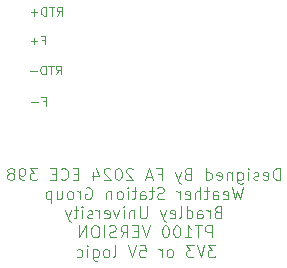
<source format=gbr>
%TF.GenerationSoftware,KiCad,Pcbnew,8.0.4*%
%TF.CreationDate,2024-10-25T14:16:06-05:00*%
%TF.ProjectId,weather-station-rtd,77656174-6865-4722-9d73-746174696f6e,rev?*%
%TF.SameCoordinates,Original*%
%TF.FileFunction,Legend,Bot*%
%TF.FilePolarity,Positive*%
%FSLAX46Y46*%
G04 Gerber Fmt 4.6, Leading zero omitted, Abs format (unit mm)*
G04 Created by KiCad (PCBNEW 8.0.4) date 2024-10-25 14:16:06*
%MOMM*%
%LPD*%
G01*
G04 APERTURE LIST*
%ADD10C,0.100000*%
G04 APERTURE END LIST*
D10*
X168142553Y-110073619D02*
X167523506Y-110073619D01*
X167523506Y-110073619D02*
X167856839Y-110454571D01*
X167856839Y-110454571D02*
X167713982Y-110454571D01*
X167713982Y-110454571D02*
X167618744Y-110502190D01*
X167618744Y-110502190D02*
X167571125Y-110549809D01*
X167571125Y-110549809D02*
X167523506Y-110645047D01*
X167523506Y-110645047D02*
X167523506Y-110883142D01*
X167523506Y-110883142D02*
X167571125Y-110978380D01*
X167571125Y-110978380D02*
X167618744Y-111026000D01*
X167618744Y-111026000D02*
X167713982Y-111073619D01*
X167713982Y-111073619D02*
X167999696Y-111073619D01*
X167999696Y-111073619D02*
X168094934Y-111026000D01*
X168094934Y-111026000D02*
X168142553Y-110978380D01*
X167237791Y-110073619D02*
X166904458Y-111073619D01*
X166904458Y-111073619D02*
X166571125Y-110073619D01*
X166333029Y-110073619D02*
X165713982Y-110073619D01*
X165713982Y-110073619D02*
X166047315Y-110454571D01*
X166047315Y-110454571D02*
X165904458Y-110454571D01*
X165904458Y-110454571D02*
X165809220Y-110502190D01*
X165809220Y-110502190D02*
X165761601Y-110549809D01*
X165761601Y-110549809D02*
X165713982Y-110645047D01*
X165713982Y-110645047D02*
X165713982Y-110883142D01*
X165713982Y-110883142D02*
X165761601Y-110978380D01*
X165761601Y-110978380D02*
X165809220Y-111026000D01*
X165809220Y-111026000D02*
X165904458Y-111073619D01*
X165904458Y-111073619D02*
X166190172Y-111073619D01*
X166190172Y-111073619D02*
X166285410Y-111026000D01*
X166285410Y-111026000D02*
X166333029Y-110978380D01*
X164380648Y-111073619D02*
X164475886Y-111026000D01*
X164475886Y-111026000D02*
X164523505Y-110978380D01*
X164523505Y-110978380D02*
X164571124Y-110883142D01*
X164571124Y-110883142D02*
X164571124Y-110597428D01*
X164571124Y-110597428D02*
X164523505Y-110502190D01*
X164523505Y-110502190D02*
X164475886Y-110454571D01*
X164475886Y-110454571D02*
X164380648Y-110406952D01*
X164380648Y-110406952D02*
X164237791Y-110406952D01*
X164237791Y-110406952D02*
X164142553Y-110454571D01*
X164142553Y-110454571D02*
X164094934Y-110502190D01*
X164094934Y-110502190D02*
X164047315Y-110597428D01*
X164047315Y-110597428D02*
X164047315Y-110883142D01*
X164047315Y-110883142D02*
X164094934Y-110978380D01*
X164094934Y-110978380D02*
X164142553Y-111026000D01*
X164142553Y-111026000D02*
X164237791Y-111073619D01*
X164237791Y-111073619D02*
X164380648Y-111073619D01*
X163618743Y-111073619D02*
X163618743Y-110406952D01*
X163618743Y-110597428D02*
X163571124Y-110502190D01*
X163571124Y-110502190D02*
X163523505Y-110454571D01*
X163523505Y-110454571D02*
X163428267Y-110406952D01*
X163428267Y-110406952D02*
X163333029Y-110406952D01*
X161761600Y-110073619D02*
X162237790Y-110073619D01*
X162237790Y-110073619D02*
X162285409Y-110549809D01*
X162285409Y-110549809D02*
X162237790Y-110502190D01*
X162237790Y-110502190D02*
X162142552Y-110454571D01*
X162142552Y-110454571D02*
X161904457Y-110454571D01*
X161904457Y-110454571D02*
X161809219Y-110502190D01*
X161809219Y-110502190D02*
X161761600Y-110549809D01*
X161761600Y-110549809D02*
X161713981Y-110645047D01*
X161713981Y-110645047D02*
X161713981Y-110883142D01*
X161713981Y-110883142D02*
X161761600Y-110978380D01*
X161761600Y-110978380D02*
X161809219Y-111026000D01*
X161809219Y-111026000D02*
X161904457Y-111073619D01*
X161904457Y-111073619D02*
X162142552Y-111073619D01*
X162142552Y-111073619D02*
X162237790Y-111026000D01*
X162237790Y-111026000D02*
X162285409Y-110978380D01*
X161428266Y-110073619D02*
X161094933Y-111073619D01*
X161094933Y-111073619D02*
X160761600Y-110073619D01*
X159523504Y-111073619D02*
X159618742Y-111026000D01*
X159618742Y-111026000D02*
X159666361Y-110930761D01*
X159666361Y-110930761D02*
X159666361Y-110073619D01*
X158999694Y-111073619D02*
X159094932Y-111026000D01*
X159094932Y-111026000D02*
X159142551Y-110978380D01*
X159142551Y-110978380D02*
X159190170Y-110883142D01*
X159190170Y-110883142D02*
X159190170Y-110597428D01*
X159190170Y-110597428D02*
X159142551Y-110502190D01*
X159142551Y-110502190D02*
X159094932Y-110454571D01*
X159094932Y-110454571D02*
X158999694Y-110406952D01*
X158999694Y-110406952D02*
X158856837Y-110406952D01*
X158856837Y-110406952D02*
X158761599Y-110454571D01*
X158761599Y-110454571D02*
X158713980Y-110502190D01*
X158713980Y-110502190D02*
X158666361Y-110597428D01*
X158666361Y-110597428D02*
X158666361Y-110883142D01*
X158666361Y-110883142D02*
X158713980Y-110978380D01*
X158713980Y-110978380D02*
X158761599Y-111026000D01*
X158761599Y-111026000D02*
X158856837Y-111073619D01*
X158856837Y-111073619D02*
X158999694Y-111073619D01*
X157809218Y-110406952D02*
X157809218Y-111216476D01*
X157809218Y-111216476D02*
X157856837Y-111311714D01*
X157856837Y-111311714D02*
X157904456Y-111359333D01*
X157904456Y-111359333D02*
X157999694Y-111406952D01*
X157999694Y-111406952D02*
X158142551Y-111406952D01*
X158142551Y-111406952D02*
X158237789Y-111359333D01*
X157809218Y-111026000D02*
X157904456Y-111073619D01*
X157904456Y-111073619D02*
X158094932Y-111073619D01*
X158094932Y-111073619D02*
X158190170Y-111026000D01*
X158190170Y-111026000D02*
X158237789Y-110978380D01*
X158237789Y-110978380D02*
X158285408Y-110883142D01*
X158285408Y-110883142D02*
X158285408Y-110597428D01*
X158285408Y-110597428D02*
X158237789Y-110502190D01*
X158237789Y-110502190D02*
X158190170Y-110454571D01*
X158190170Y-110454571D02*
X158094932Y-110406952D01*
X158094932Y-110406952D02*
X157904456Y-110406952D01*
X157904456Y-110406952D02*
X157809218Y-110454571D01*
X157333027Y-111073619D02*
X157333027Y-110406952D01*
X157333027Y-110073619D02*
X157380646Y-110121238D01*
X157380646Y-110121238D02*
X157333027Y-110168857D01*
X157333027Y-110168857D02*
X157285408Y-110121238D01*
X157285408Y-110121238D02*
X157333027Y-110073619D01*
X157333027Y-110073619D02*
X157333027Y-110168857D01*
X156428266Y-111026000D02*
X156523504Y-111073619D01*
X156523504Y-111073619D02*
X156713980Y-111073619D01*
X156713980Y-111073619D02*
X156809218Y-111026000D01*
X156809218Y-111026000D02*
X156856837Y-110978380D01*
X156856837Y-110978380D02*
X156904456Y-110883142D01*
X156904456Y-110883142D02*
X156904456Y-110597428D01*
X156904456Y-110597428D02*
X156856837Y-110502190D01*
X156856837Y-110502190D02*
X156809218Y-110454571D01*
X156809218Y-110454571D02*
X156713980Y-110406952D01*
X156713980Y-110406952D02*
X156523504Y-110406952D01*
X156523504Y-110406952D02*
X156428266Y-110454571D01*
X154724268Y-90631814D02*
X154974268Y-90274671D01*
X155152839Y-90631814D02*
X155152839Y-89881814D01*
X155152839Y-89881814D02*
X154867125Y-89881814D01*
X154867125Y-89881814D02*
X154795696Y-89917528D01*
X154795696Y-89917528D02*
X154759982Y-89953242D01*
X154759982Y-89953242D02*
X154724268Y-90024671D01*
X154724268Y-90024671D02*
X154724268Y-90131814D01*
X154724268Y-90131814D02*
X154759982Y-90203242D01*
X154759982Y-90203242D02*
X154795696Y-90238957D01*
X154795696Y-90238957D02*
X154867125Y-90274671D01*
X154867125Y-90274671D02*
X155152839Y-90274671D01*
X154509982Y-89881814D02*
X154081411Y-89881814D01*
X154295696Y-90631814D02*
X154295696Y-89881814D01*
X153831410Y-90631814D02*
X153831410Y-89881814D01*
X153831410Y-89881814D02*
X153652839Y-89881814D01*
X153652839Y-89881814D02*
X153545696Y-89917528D01*
X153545696Y-89917528D02*
X153474267Y-89988957D01*
X153474267Y-89988957D02*
X153438553Y-90060385D01*
X153438553Y-90060385D02*
X153402839Y-90203242D01*
X153402839Y-90203242D02*
X153402839Y-90310385D01*
X153402839Y-90310385D02*
X153438553Y-90453242D01*
X153438553Y-90453242D02*
X153474267Y-90524671D01*
X153474267Y-90524671D02*
X153545696Y-90596100D01*
X153545696Y-90596100D02*
X153652839Y-90631814D01*
X153652839Y-90631814D02*
X153831410Y-90631814D01*
X153081410Y-90346100D02*
X152509982Y-90346100D01*
X152795696Y-90631814D02*
X152795696Y-90060385D01*
X153531239Y-97858957D02*
X153781239Y-97858957D01*
X153781239Y-98251814D02*
X153781239Y-97501814D01*
X153781239Y-97501814D02*
X153424096Y-97501814D01*
X153138382Y-97966100D02*
X152566954Y-97966100D01*
X173602800Y-104551731D02*
X173602800Y-103551731D01*
X173602800Y-103551731D02*
X173364705Y-103551731D01*
X173364705Y-103551731D02*
X173221848Y-103599350D01*
X173221848Y-103599350D02*
X173126610Y-103694588D01*
X173126610Y-103694588D02*
X173078991Y-103789826D01*
X173078991Y-103789826D02*
X173031372Y-103980302D01*
X173031372Y-103980302D02*
X173031372Y-104123159D01*
X173031372Y-104123159D02*
X173078991Y-104313635D01*
X173078991Y-104313635D02*
X173126610Y-104408873D01*
X173126610Y-104408873D02*
X173221848Y-104504112D01*
X173221848Y-104504112D02*
X173364705Y-104551731D01*
X173364705Y-104551731D02*
X173602800Y-104551731D01*
X172221848Y-104504112D02*
X172317086Y-104551731D01*
X172317086Y-104551731D02*
X172507562Y-104551731D01*
X172507562Y-104551731D02*
X172602800Y-104504112D01*
X172602800Y-104504112D02*
X172650419Y-104408873D01*
X172650419Y-104408873D02*
X172650419Y-104027921D01*
X172650419Y-104027921D02*
X172602800Y-103932683D01*
X172602800Y-103932683D02*
X172507562Y-103885064D01*
X172507562Y-103885064D02*
X172317086Y-103885064D01*
X172317086Y-103885064D02*
X172221848Y-103932683D01*
X172221848Y-103932683D02*
X172174229Y-104027921D01*
X172174229Y-104027921D02*
X172174229Y-104123159D01*
X172174229Y-104123159D02*
X172650419Y-104218397D01*
X171793276Y-104504112D02*
X171698038Y-104551731D01*
X171698038Y-104551731D02*
X171507562Y-104551731D01*
X171507562Y-104551731D02*
X171412324Y-104504112D01*
X171412324Y-104504112D02*
X171364705Y-104408873D01*
X171364705Y-104408873D02*
X171364705Y-104361254D01*
X171364705Y-104361254D02*
X171412324Y-104266016D01*
X171412324Y-104266016D02*
X171507562Y-104218397D01*
X171507562Y-104218397D02*
X171650419Y-104218397D01*
X171650419Y-104218397D02*
X171745657Y-104170778D01*
X171745657Y-104170778D02*
X171793276Y-104075540D01*
X171793276Y-104075540D02*
X171793276Y-104027921D01*
X171793276Y-104027921D02*
X171745657Y-103932683D01*
X171745657Y-103932683D02*
X171650419Y-103885064D01*
X171650419Y-103885064D02*
X171507562Y-103885064D01*
X171507562Y-103885064D02*
X171412324Y-103932683D01*
X170936133Y-104551731D02*
X170936133Y-103885064D01*
X170936133Y-103551731D02*
X170983752Y-103599350D01*
X170983752Y-103599350D02*
X170936133Y-103646969D01*
X170936133Y-103646969D02*
X170888514Y-103599350D01*
X170888514Y-103599350D02*
X170936133Y-103551731D01*
X170936133Y-103551731D02*
X170936133Y-103646969D01*
X170031372Y-103885064D02*
X170031372Y-104694588D01*
X170031372Y-104694588D02*
X170078991Y-104789826D01*
X170078991Y-104789826D02*
X170126610Y-104837445D01*
X170126610Y-104837445D02*
X170221848Y-104885064D01*
X170221848Y-104885064D02*
X170364705Y-104885064D01*
X170364705Y-104885064D02*
X170459943Y-104837445D01*
X170031372Y-104504112D02*
X170126610Y-104551731D01*
X170126610Y-104551731D02*
X170317086Y-104551731D01*
X170317086Y-104551731D02*
X170412324Y-104504112D01*
X170412324Y-104504112D02*
X170459943Y-104456492D01*
X170459943Y-104456492D02*
X170507562Y-104361254D01*
X170507562Y-104361254D02*
X170507562Y-104075540D01*
X170507562Y-104075540D02*
X170459943Y-103980302D01*
X170459943Y-103980302D02*
X170412324Y-103932683D01*
X170412324Y-103932683D02*
X170317086Y-103885064D01*
X170317086Y-103885064D02*
X170126610Y-103885064D01*
X170126610Y-103885064D02*
X170031372Y-103932683D01*
X169555181Y-103885064D02*
X169555181Y-104551731D01*
X169555181Y-103980302D02*
X169507562Y-103932683D01*
X169507562Y-103932683D02*
X169412324Y-103885064D01*
X169412324Y-103885064D02*
X169269467Y-103885064D01*
X169269467Y-103885064D02*
X169174229Y-103932683D01*
X169174229Y-103932683D02*
X169126610Y-104027921D01*
X169126610Y-104027921D02*
X169126610Y-104551731D01*
X168269467Y-104504112D02*
X168364705Y-104551731D01*
X168364705Y-104551731D02*
X168555181Y-104551731D01*
X168555181Y-104551731D02*
X168650419Y-104504112D01*
X168650419Y-104504112D02*
X168698038Y-104408873D01*
X168698038Y-104408873D02*
X168698038Y-104027921D01*
X168698038Y-104027921D02*
X168650419Y-103932683D01*
X168650419Y-103932683D02*
X168555181Y-103885064D01*
X168555181Y-103885064D02*
X168364705Y-103885064D01*
X168364705Y-103885064D02*
X168269467Y-103932683D01*
X168269467Y-103932683D02*
X168221848Y-104027921D01*
X168221848Y-104027921D02*
X168221848Y-104123159D01*
X168221848Y-104123159D02*
X168698038Y-104218397D01*
X167364705Y-104551731D02*
X167364705Y-103551731D01*
X167364705Y-104504112D02*
X167459943Y-104551731D01*
X167459943Y-104551731D02*
X167650419Y-104551731D01*
X167650419Y-104551731D02*
X167745657Y-104504112D01*
X167745657Y-104504112D02*
X167793276Y-104456492D01*
X167793276Y-104456492D02*
X167840895Y-104361254D01*
X167840895Y-104361254D02*
X167840895Y-104075540D01*
X167840895Y-104075540D02*
X167793276Y-103980302D01*
X167793276Y-103980302D02*
X167745657Y-103932683D01*
X167745657Y-103932683D02*
X167650419Y-103885064D01*
X167650419Y-103885064D02*
X167459943Y-103885064D01*
X167459943Y-103885064D02*
X167364705Y-103932683D01*
X165793276Y-104027921D02*
X165650419Y-104075540D01*
X165650419Y-104075540D02*
X165602800Y-104123159D01*
X165602800Y-104123159D02*
X165555181Y-104218397D01*
X165555181Y-104218397D02*
X165555181Y-104361254D01*
X165555181Y-104361254D02*
X165602800Y-104456492D01*
X165602800Y-104456492D02*
X165650419Y-104504112D01*
X165650419Y-104504112D02*
X165745657Y-104551731D01*
X165745657Y-104551731D02*
X166126609Y-104551731D01*
X166126609Y-104551731D02*
X166126609Y-103551731D01*
X166126609Y-103551731D02*
X165793276Y-103551731D01*
X165793276Y-103551731D02*
X165698038Y-103599350D01*
X165698038Y-103599350D02*
X165650419Y-103646969D01*
X165650419Y-103646969D02*
X165602800Y-103742207D01*
X165602800Y-103742207D02*
X165602800Y-103837445D01*
X165602800Y-103837445D02*
X165650419Y-103932683D01*
X165650419Y-103932683D02*
X165698038Y-103980302D01*
X165698038Y-103980302D02*
X165793276Y-104027921D01*
X165793276Y-104027921D02*
X166126609Y-104027921D01*
X165221847Y-103885064D02*
X164983752Y-104551731D01*
X164745657Y-103885064D02*
X164983752Y-104551731D01*
X164983752Y-104551731D02*
X165078990Y-104789826D01*
X165078990Y-104789826D02*
X165126609Y-104837445D01*
X165126609Y-104837445D02*
X165221847Y-104885064D01*
X163269466Y-104027921D02*
X163602799Y-104027921D01*
X163602799Y-104551731D02*
X163602799Y-103551731D01*
X163602799Y-103551731D02*
X163126609Y-103551731D01*
X162793275Y-104266016D02*
X162317085Y-104266016D01*
X162888513Y-104551731D02*
X162555180Y-103551731D01*
X162555180Y-103551731D02*
X162221847Y-104551731D01*
X161174227Y-103646969D02*
X161126608Y-103599350D01*
X161126608Y-103599350D02*
X161031370Y-103551731D01*
X161031370Y-103551731D02*
X160793275Y-103551731D01*
X160793275Y-103551731D02*
X160698037Y-103599350D01*
X160698037Y-103599350D02*
X160650418Y-103646969D01*
X160650418Y-103646969D02*
X160602799Y-103742207D01*
X160602799Y-103742207D02*
X160602799Y-103837445D01*
X160602799Y-103837445D02*
X160650418Y-103980302D01*
X160650418Y-103980302D02*
X161221846Y-104551731D01*
X161221846Y-104551731D02*
X160602799Y-104551731D01*
X159983751Y-103551731D02*
X159888513Y-103551731D01*
X159888513Y-103551731D02*
X159793275Y-103599350D01*
X159793275Y-103599350D02*
X159745656Y-103646969D01*
X159745656Y-103646969D02*
X159698037Y-103742207D01*
X159698037Y-103742207D02*
X159650418Y-103932683D01*
X159650418Y-103932683D02*
X159650418Y-104170778D01*
X159650418Y-104170778D02*
X159698037Y-104361254D01*
X159698037Y-104361254D02*
X159745656Y-104456492D01*
X159745656Y-104456492D02*
X159793275Y-104504112D01*
X159793275Y-104504112D02*
X159888513Y-104551731D01*
X159888513Y-104551731D02*
X159983751Y-104551731D01*
X159983751Y-104551731D02*
X160078989Y-104504112D01*
X160078989Y-104504112D02*
X160126608Y-104456492D01*
X160126608Y-104456492D02*
X160174227Y-104361254D01*
X160174227Y-104361254D02*
X160221846Y-104170778D01*
X160221846Y-104170778D02*
X160221846Y-103932683D01*
X160221846Y-103932683D02*
X160174227Y-103742207D01*
X160174227Y-103742207D02*
X160126608Y-103646969D01*
X160126608Y-103646969D02*
X160078989Y-103599350D01*
X160078989Y-103599350D02*
X159983751Y-103551731D01*
X159269465Y-103646969D02*
X159221846Y-103599350D01*
X159221846Y-103599350D02*
X159126608Y-103551731D01*
X159126608Y-103551731D02*
X158888513Y-103551731D01*
X158888513Y-103551731D02*
X158793275Y-103599350D01*
X158793275Y-103599350D02*
X158745656Y-103646969D01*
X158745656Y-103646969D02*
X158698037Y-103742207D01*
X158698037Y-103742207D02*
X158698037Y-103837445D01*
X158698037Y-103837445D02*
X158745656Y-103980302D01*
X158745656Y-103980302D02*
X159317084Y-104551731D01*
X159317084Y-104551731D02*
X158698037Y-104551731D01*
X157840894Y-103885064D02*
X157840894Y-104551731D01*
X158078989Y-103504112D02*
X158317084Y-104218397D01*
X158317084Y-104218397D02*
X157698037Y-104218397D01*
X156555179Y-104027921D02*
X156221846Y-104027921D01*
X156078989Y-104551731D02*
X156555179Y-104551731D01*
X156555179Y-104551731D02*
X156555179Y-103551731D01*
X156555179Y-103551731D02*
X156078989Y-103551731D01*
X155078989Y-104456492D02*
X155126608Y-104504112D01*
X155126608Y-104504112D02*
X155269465Y-104551731D01*
X155269465Y-104551731D02*
X155364703Y-104551731D01*
X155364703Y-104551731D02*
X155507560Y-104504112D01*
X155507560Y-104504112D02*
X155602798Y-104408873D01*
X155602798Y-104408873D02*
X155650417Y-104313635D01*
X155650417Y-104313635D02*
X155698036Y-104123159D01*
X155698036Y-104123159D02*
X155698036Y-103980302D01*
X155698036Y-103980302D02*
X155650417Y-103789826D01*
X155650417Y-103789826D02*
X155602798Y-103694588D01*
X155602798Y-103694588D02*
X155507560Y-103599350D01*
X155507560Y-103599350D02*
X155364703Y-103551731D01*
X155364703Y-103551731D02*
X155269465Y-103551731D01*
X155269465Y-103551731D02*
X155126608Y-103599350D01*
X155126608Y-103599350D02*
X155078989Y-103646969D01*
X154650417Y-104027921D02*
X154317084Y-104027921D01*
X154174227Y-104551731D02*
X154650417Y-104551731D01*
X154650417Y-104551731D02*
X154650417Y-103551731D01*
X154650417Y-103551731D02*
X154174227Y-103551731D01*
X153078988Y-103551731D02*
X152459941Y-103551731D01*
X152459941Y-103551731D02*
X152793274Y-103932683D01*
X152793274Y-103932683D02*
X152650417Y-103932683D01*
X152650417Y-103932683D02*
X152555179Y-103980302D01*
X152555179Y-103980302D02*
X152507560Y-104027921D01*
X152507560Y-104027921D02*
X152459941Y-104123159D01*
X152459941Y-104123159D02*
X152459941Y-104361254D01*
X152459941Y-104361254D02*
X152507560Y-104456492D01*
X152507560Y-104456492D02*
X152555179Y-104504112D01*
X152555179Y-104504112D02*
X152650417Y-104551731D01*
X152650417Y-104551731D02*
X152936131Y-104551731D01*
X152936131Y-104551731D02*
X153031369Y-104504112D01*
X153031369Y-104504112D02*
X153078988Y-104456492D01*
X151983750Y-104551731D02*
X151793274Y-104551731D01*
X151793274Y-104551731D02*
X151698036Y-104504112D01*
X151698036Y-104504112D02*
X151650417Y-104456492D01*
X151650417Y-104456492D02*
X151555179Y-104313635D01*
X151555179Y-104313635D02*
X151507560Y-104123159D01*
X151507560Y-104123159D02*
X151507560Y-103742207D01*
X151507560Y-103742207D02*
X151555179Y-103646969D01*
X151555179Y-103646969D02*
X151602798Y-103599350D01*
X151602798Y-103599350D02*
X151698036Y-103551731D01*
X151698036Y-103551731D02*
X151888512Y-103551731D01*
X151888512Y-103551731D02*
X151983750Y-103599350D01*
X151983750Y-103599350D02*
X152031369Y-103646969D01*
X152031369Y-103646969D02*
X152078988Y-103742207D01*
X152078988Y-103742207D02*
X152078988Y-103980302D01*
X152078988Y-103980302D02*
X152031369Y-104075540D01*
X152031369Y-104075540D02*
X151983750Y-104123159D01*
X151983750Y-104123159D02*
X151888512Y-104170778D01*
X151888512Y-104170778D02*
X151698036Y-104170778D01*
X151698036Y-104170778D02*
X151602798Y-104123159D01*
X151602798Y-104123159D02*
X151555179Y-104075540D01*
X151555179Y-104075540D02*
X151507560Y-103980302D01*
X150936131Y-103980302D02*
X151031369Y-103932683D01*
X151031369Y-103932683D02*
X151078988Y-103885064D01*
X151078988Y-103885064D02*
X151126607Y-103789826D01*
X151126607Y-103789826D02*
X151126607Y-103742207D01*
X151126607Y-103742207D02*
X151078988Y-103646969D01*
X151078988Y-103646969D02*
X151031369Y-103599350D01*
X151031369Y-103599350D02*
X150936131Y-103551731D01*
X150936131Y-103551731D02*
X150745655Y-103551731D01*
X150745655Y-103551731D02*
X150650417Y-103599350D01*
X150650417Y-103599350D02*
X150602798Y-103646969D01*
X150602798Y-103646969D02*
X150555179Y-103742207D01*
X150555179Y-103742207D02*
X150555179Y-103789826D01*
X150555179Y-103789826D02*
X150602798Y-103885064D01*
X150602798Y-103885064D02*
X150650417Y-103932683D01*
X150650417Y-103932683D02*
X150745655Y-103980302D01*
X150745655Y-103980302D02*
X150936131Y-103980302D01*
X150936131Y-103980302D02*
X151031369Y-104027921D01*
X151031369Y-104027921D02*
X151078988Y-104075540D01*
X151078988Y-104075540D02*
X151126607Y-104170778D01*
X151126607Y-104170778D02*
X151126607Y-104361254D01*
X151126607Y-104361254D02*
X151078988Y-104456492D01*
X151078988Y-104456492D02*
X151031369Y-104504112D01*
X151031369Y-104504112D02*
X150936131Y-104551731D01*
X150936131Y-104551731D02*
X150745655Y-104551731D01*
X150745655Y-104551731D02*
X150650417Y-104504112D01*
X150650417Y-104504112D02*
X150602798Y-104456492D01*
X150602798Y-104456492D02*
X150555179Y-104361254D01*
X150555179Y-104361254D02*
X150555179Y-104170778D01*
X150555179Y-104170778D02*
X150602798Y-104075540D01*
X150602798Y-104075540D02*
X150650417Y-104027921D01*
X150650417Y-104027921D02*
X150745655Y-103980302D01*
X170459943Y-105161675D02*
X170221848Y-106161675D01*
X170221848Y-106161675D02*
X170031372Y-105447389D01*
X170031372Y-105447389D02*
X169840896Y-106161675D01*
X169840896Y-106161675D02*
X169602801Y-105161675D01*
X168840896Y-106114056D02*
X168936134Y-106161675D01*
X168936134Y-106161675D02*
X169126610Y-106161675D01*
X169126610Y-106161675D02*
X169221848Y-106114056D01*
X169221848Y-106114056D02*
X169269467Y-106018817D01*
X169269467Y-106018817D02*
X169269467Y-105637865D01*
X169269467Y-105637865D02*
X169221848Y-105542627D01*
X169221848Y-105542627D02*
X169126610Y-105495008D01*
X169126610Y-105495008D02*
X168936134Y-105495008D01*
X168936134Y-105495008D02*
X168840896Y-105542627D01*
X168840896Y-105542627D02*
X168793277Y-105637865D01*
X168793277Y-105637865D02*
X168793277Y-105733103D01*
X168793277Y-105733103D02*
X169269467Y-105828341D01*
X167936134Y-106161675D02*
X167936134Y-105637865D01*
X167936134Y-105637865D02*
X167983753Y-105542627D01*
X167983753Y-105542627D02*
X168078991Y-105495008D01*
X168078991Y-105495008D02*
X168269467Y-105495008D01*
X168269467Y-105495008D02*
X168364705Y-105542627D01*
X167936134Y-106114056D02*
X168031372Y-106161675D01*
X168031372Y-106161675D02*
X168269467Y-106161675D01*
X168269467Y-106161675D02*
X168364705Y-106114056D01*
X168364705Y-106114056D02*
X168412324Y-106018817D01*
X168412324Y-106018817D02*
X168412324Y-105923579D01*
X168412324Y-105923579D02*
X168364705Y-105828341D01*
X168364705Y-105828341D02*
X168269467Y-105780722D01*
X168269467Y-105780722D02*
X168031372Y-105780722D01*
X168031372Y-105780722D02*
X167936134Y-105733103D01*
X167602800Y-105495008D02*
X167221848Y-105495008D01*
X167459943Y-105161675D02*
X167459943Y-106018817D01*
X167459943Y-106018817D02*
X167412324Y-106114056D01*
X167412324Y-106114056D02*
X167317086Y-106161675D01*
X167317086Y-106161675D02*
X167221848Y-106161675D01*
X166888514Y-106161675D02*
X166888514Y-105161675D01*
X166459943Y-106161675D02*
X166459943Y-105637865D01*
X166459943Y-105637865D02*
X166507562Y-105542627D01*
X166507562Y-105542627D02*
X166602800Y-105495008D01*
X166602800Y-105495008D02*
X166745657Y-105495008D01*
X166745657Y-105495008D02*
X166840895Y-105542627D01*
X166840895Y-105542627D02*
X166888514Y-105590246D01*
X165602800Y-106114056D02*
X165698038Y-106161675D01*
X165698038Y-106161675D02*
X165888514Y-106161675D01*
X165888514Y-106161675D02*
X165983752Y-106114056D01*
X165983752Y-106114056D02*
X166031371Y-106018817D01*
X166031371Y-106018817D02*
X166031371Y-105637865D01*
X166031371Y-105637865D02*
X165983752Y-105542627D01*
X165983752Y-105542627D02*
X165888514Y-105495008D01*
X165888514Y-105495008D02*
X165698038Y-105495008D01*
X165698038Y-105495008D02*
X165602800Y-105542627D01*
X165602800Y-105542627D02*
X165555181Y-105637865D01*
X165555181Y-105637865D02*
X165555181Y-105733103D01*
X165555181Y-105733103D02*
X166031371Y-105828341D01*
X165126609Y-106161675D02*
X165126609Y-105495008D01*
X165126609Y-105685484D02*
X165078990Y-105590246D01*
X165078990Y-105590246D02*
X165031371Y-105542627D01*
X165031371Y-105542627D02*
X164936133Y-105495008D01*
X164936133Y-105495008D02*
X164840895Y-105495008D01*
X163793275Y-106114056D02*
X163650418Y-106161675D01*
X163650418Y-106161675D02*
X163412323Y-106161675D01*
X163412323Y-106161675D02*
X163317085Y-106114056D01*
X163317085Y-106114056D02*
X163269466Y-106066436D01*
X163269466Y-106066436D02*
X163221847Y-105971198D01*
X163221847Y-105971198D02*
X163221847Y-105875960D01*
X163221847Y-105875960D02*
X163269466Y-105780722D01*
X163269466Y-105780722D02*
X163317085Y-105733103D01*
X163317085Y-105733103D02*
X163412323Y-105685484D01*
X163412323Y-105685484D02*
X163602799Y-105637865D01*
X163602799Y-105637865D02*
X163698037Y-105590246D01*
X163698037Y-105590246D02*
X163745656Y-105542627D01*
X163745656Y-105542627D02*
X163793275Y-105447389D01*
X163793275Y-105447389D02*
X163793275Y-105352151D01*
X163793275Y-105352151D02*
X163745656Y-105256913D01*
X163745656Y-105256913D02*
X163698037Y-105209294D01*
X163698037Y-105209294D02*
X163602799Y-105161675D01*
X163602799Y-105161675D02*
X163364704Y-105161675D01*
X163364704Y-105161675D02*
X163221847Y-105209294D01*
X162936132Y-105495008D02*
X162555180Y-105495008D01*
X162793275Y-105161675D02*
X162793275Y-106018817D01*
X162793275Y-106018817D02*
X162745656Y-106114056D01*
X162745656Y-106114056D02*
X162650418Y-106161675D01*
X162650418Y-106161675D02*
X162555180Y-106161675D01*
X161793275Y-106161675D02*
X161793275Y-105637865D01*
X161793275Y-105637865D02*
X161840894Y-105542627D01*
X161840894Y-105542627D02*
X161936132Y-105495008D01*
X161936132Y-105495008D02*
X162126608Y-105495008D01*
X162126608Y-105495008D02*
X162221846Y-105542627D01*
X161793275Y-106114056D02*
X161888513Y-106161675D01*
X161888513Y-106161675D02*
X162126608Y-106161675D01*
X162126608Y-106161675D02*
X162221846Y-106114056D01*
X162221846Y-106114056D02*
X162269465Y-106018817D01*
X162269465Y-106018817D02*
X162269465Y-105923579D01*
X162269465Y-105923579D02*
X162221846Y-105828341D01*
X162221846Y-105828341D02*
X162126608Y-105780722D01*
X162126608Y-105780722D02*
X161888513Y-105780722D01*
X161888513Y-105780722D02*
X161793275Y-105733103D01*
X161459941Y-105495008D02*
X161078989Y-105495008D01*
X161317084Y-105161675D02*
X161317084Y-106018817D01*
X161317084Y-106018817D02*
X161269465Y-106114056D01*
X161269465Y-106114056D02*
X161174227Y-106161675D01*
X161174227Y-106161675D02*
X161078989Y-106161675D01*
X160745655Y-106161675D02*
X160745655Y-105495008D01*
X160745655Y-105161675D02*
X160793274Y-105209294D01*
X160793274Y-105209294D02*
X160745655Y-105256913D01*
X160745655Y-105256913D02*
X160698036Y-105209294D01*
X160698036Y-105209294D02*
X160745655Y-105161675D01*
X160745655Y-105161675D02*
X160745655Y-105256913D01*
X160126608Y-106161675D02*
X160221846Y-106114056D01*
X160221846Y-106114056D02*
X160269465Y-106066436D01*
X160269465Y-106066436D02*
X160317084Y-105971198D01*
X160317084Y-105971198D02*
X160317084Y-105685484D01*
X160317084Y-105685484D02*
X160269465Y-105590246D01*
X160269465Y-105590246D02*
X160221846Y-105542627D01*
X160221846Y-105542627D02*
X160126608Y-105495008D01*
X160126608Y-105495008D02*
X159983751Y-105495008D01*
X159983751Y-105495008D02*
X159888513Y-105542627D01*
X159888513Y-105542627D02*
X159840894Y-105590246D01*
X159840894Y-105590246D02*
X159793275Y-105685484D01*
X159793275Y-105685484D02*
X159793275Y-105971198D01*
X159793275Y-105971198D02*
X159840894Y-106066436D01*
X159840894Y-106066436D02*
X159888513Y-106114056D01*
X159888513Y-106114056D02*
X159983751Y-106161675D01*
X159983751Y-106161675D02*
X160126608Y-106161675D01*
X159364703Y-105495008D02*
X159364703Y-106161675D01*
X159364703Y-105590246D02*
X159317084Y-105542627D01*
X159317084Y-105542627D02*
X159221846Y-105495008D01*
X159221846Y-105495008D02*
X159078989Y-105495008D01*
X159078989Y-105495008D02*
X158983751Y-105542627D01*
X158983751Y-105542627D02*
X158936132Y-105637865D01*
X158936132Y-105637865D02*
X158936132Y-106161675D01*
X157174227Y-105209294D02*
X157269465Y-105161675D01*
X157269465Y-105161675D02*
X157412322Y-105161675D01*
X157412322Y-105161675D02*
X157555179Y-105209294D01*
X157555179Y-105209294D02*
X157650417Y-105304532D01*
X157650417Y-105304532D02*
X157698036Y-105399770D01*
X157698036Y-105399770D02*
X157745655Y-105590246D01*
X157745655Y-105590246D02*
X157745655Y-105733103D01*
X157745655Y-105733103D02*
X157698036Y-105923579D01*
X157698036Y-105923579D02*
X157650417Y-106018817D01*
X157650417Y-106018817D02*
X157555179Y-106114056D01*
X157555179Y-106114056D02*
X157412322Y-106161675D01*
X157412322Y-106161675D02*
X157317084Y-106161675D01*
X157317084Y-106161675D02*
X157174227Y-106114056D01*
X157174227Y-106114056D02*
X157126608Y-106066436D01*
X157126608Y-106066436D02*
X157126608Y-105733103D01*
X157126608Y-105733103D02*
X157317084Y-105733103D01*
X156698036Y-106161675D02*
X156698036Y-105495008D01*
X156698036Y-105685484D02*
X156650417Y-105590246D01*
X156650417Y-105590246D02*
X156602798Y-105542627D01*
X156602798Y-105542627D02*
X156507560Y-105495008D01*
X156507560Y-105495008D02*
X156412322Y-105495008D01*
X155936131Y-106161675D02*
X156031369Y-106114056D01*
X156031369Y-106114056D02*
X156078988Y-106066436D01*
X156078988Y-106066436D02*
X156126607Y-105971198D01*
X156126607Y-105971198D02*
X156126607Y-105685484D01*
X156126607Y-105685484D02*
X156078988Y-105590246D01*
X156078988Y-105590246D02*
X156031369Y-105542627D01*
X156031369Y-105542627D02*
X155936131Y-105495008D01*
X155936131Y-105495008D02*
X155793274Y-105495008D01*
X155793274Y-105495008D02*
X155698036Y-105542627D01*
X155698036Y-105542627D02*
X155650417Y-105590246D01*
X155650417Y-105590246D02*
X155602798Y-105685484D01*
X155602798Y-105685484D02*
X155602798Y-105971198D01*
X155602798Y-105971198D02*
X155650417Y-106066436D01*
X155650417Y-106066436D02*
X155698036Y-106114056D01*
X155698036Y-106114056D02*
X155793274Y-106161675D01*
X155793274Y-106161675D02*
X155936131Y-106161675D01*
X154745655Y-105495008D02*
X154745655Y-106161675D01*
X155174226Y-105495008D02*
X155174226Y-106018817D01*
X155174226Y-106018817D02*
X155126607Y-106114056D01*
X155126607Y-106114056D02*
X155031369Y-106161675D01*
X155031369Y-106161675D02*
X154888512Y-106161675D01*
X154888512Y-106161675D02*
X154793274Y-106114056D01*
X154793274Y-106114056D02*
X154745655Y-106066436D01*
X154269464Y-105495008D02*
X154269464Y-106495008D01*
X154269464Y-105542627D02*
X154174226Y-105495008D01*
X154174226Y-105495008D02*
X153983750Y-105495008D01*
X153983750Y-105495008D02*
X153888512Y-105542627D01*
X153888512Y-105542627D02*
X153840893Y-105590246D01*
X153840893Y-105590246D02*
X153793274Y-105685484D01*
X153793274Y-105685484D02*
X153793274Y-105971198D01*
X153793274Y-105971198D02*
X153840893Y-106066436D01*
X153840893Y-106066436D02*
X153888512Y-106114056D01*
X153888512Y-106114056D02*
X153983750Y-106161675D01*
X153983750Y-106161675D02*
X154174226Y-106161675D01*
X154174226Y-106161675D02*
X154269464Y-106114056D01*
X168340896Y-107247809D02*
X168198039Y-107295428D01*
X168198039Y-107295428D02*
X168150420Y-107343047D01*
X168150420Y-107343047D02*
X168102801Y-107438285D01*
X168102801Y-107438285D02*
X168102801Y-107581142D01*
X168102801Y-107581142D02*
X168150420Y-107676380D01*
X168150420Y-107676380D02*
X168198039Y-107724000D01*
X168198039Y-107724000D02*
X168293277Y-107771619D01*
X168293277Y-107771619D02*
X168674229Y-107771619D01*
X168674229Y-107771619D02*
X168674229Y-106771619D01*
X168674229Y-106771619D02*
X168340896Y-106771619D01*
X168340896Y-106771619D02*
X168245658Y-106819238D01*
X168245658Y-106819238D02*
X168198039Y-106866857D01*
X168198039Y-106866857D02*
X168150420Y-106962095D01*
X168150420Y-106962095D02*
X168150420Y-107057333D01*
X168150420Y-107057333D02*
X168198039Y-107152571D01*
X168198039Y-107152571D02*
X168245658Y-107200190D01*
X168245658Y-107200190D02*
X168340896Y-107247809D01*
X168340896Y-107247809D02*
X168674229Y-107247809D01*
X167674229Y-107771619D02*
X167674229Y-107104952D01*
X167674229Y-107295428D02*
X167626610Y-107200190D01*
X167626610Y-107200190D02*
X167578991Y-107152571D01*
X167578991Y-107152571D02*
X167483753Y-107104952D01*
X167483753Y-107104952D02*
X167388515Y-107104952D01*
X166626610Y-107771619D02*
X166626610Y-107247809D01*
X166626610Y-107247809D02*
X166674229Y-107152571D01*
X166674229Y-107152571D02*
X166769467Y-107104952D01*
X166769467Y-107104952D02*
X166959943Y-107104952D01*
X166959943Y-107104952D02*
X167055181Y-107152571D01*
X166626610Y-107724000D02*
X166721848Y-107771619D01*
X166721848Y-107771619D02*
X166959943Y-107771619D01*
X166959943Y-107771619D02*
X167055181Y-107724000D01*
X167055181Y-107724000D02*
X167102800Y-107628761D01*
X167102800Y-107628761D02*
X167102800Y-107533523D01*
X167102800Y-107533523D02*
X167055181Y-107438285D01*
X167055181Y-107438285D02*
X166959943Y-107390666D01*
X166959943Y-107390666D02*
X166721848Y-107390666D01*
X166721848Y-107390666D02*
X166626610Y-107343047D01*
X165721848Y-107771619D02*
X165721848Y-106771619D01*
X165721848Y-107724000D02*
X165817086Y-107771619D01*
X165817086Y-107771619D02*
X166007562Y-107771619D01*
X166007562Y-107771619D02*
X166102800Y-107724000D01*
X166102800Y-107724000D02*
X166150419Y-107676380D01*
X166150419Y-107676380D02*
X166198038Y-107581142D01*
X166198038Y-107581142D02*
X166198038Y-107295428D01*
X166198038Y-107295428D02*
X166150419Y-107200190D01*
X166150419Y-107200190D02*
X166102800Y-107152571D01*
X166102800Y-107152571D02*
X166007562Y-107104952D01*
X166007562Y-107104952D02*
X165817086Y-107104952D01*
X165817086Y-107104952D02*
X165721848Y-107152571D01*
X165102800Y-107771619D02*
X165198038Y-107724000D01*
X165198038Y-107724000D02*
X165245657Y-107628761D01*
X165245657Y-107628761D02*
X165245657Y-106771619D01*
X164340895Y-107724000D02*
X164436133Y-107771619D01*
X164436133Y-107771619D02*
X164626609Y-107771619D01*
X164626609Y-107771619D02*
X164721847Y-107724000D01*
X164721847Y-107724000D02*
X164769466Y-107628761D01*
X164769466Y-107628761D02*
X164769466Y-107247809D01*
X164769466Y-107247809D02*
X164721847Y-107152571D01*
X164721847Y-107152571D02*
X164626609Y-107104952D01*
X164626609Y-107104952D02*
X164436133Y-107104952D01*
X164436133Y-107104952D02*
X164340895Y-107152571D01*
X164340895Y-107152571D02*
X164293276Y-107247809D01*
X164293276Y-107247809D02*
X164293276Y-107343047D01*
X164293276Y-107343047D02*
X164769466Y-107438285D01*
X163959942Y-107104952D02*
X163721847Y-107771619D01*
X163483752Y-107104952D02*
X163721847Y-107771619D01*
X163721847Y-107771619D02*
X163817085Y-108009714D01*
X163817085Y-108009714D02*
X163864704Y-108057333D01*
X163864704Y-108057333D02*
X163959942Y-108104952D01*
X162340894Y-106771619D02*
X162340894Y-107581142D01*
X162340894Y-107581142D02*
X162293275Y-107676380D01*
X162293275Y-107676380D02*
X162245656Y-107724000D01*
X162245656Y-107724000D02*
X162150418Y-107771619D01*
X162150418Y-107771619D02*
X161959942Y-107771619D01*
X161959942Y-107771619D02*
X161864704Y-107724000D01*
X161864704Y-107724000D02*
X161817085Y-107676380D01*
X161817085Y-107676380D02*
X161769466Y-107581142D01*
X161769466Y-107581142D02*
X161769466Y-106771619D01*
X161293275Y-107104952D02*
X161293275Y-107771619D01*
X161293275Y-107200190D02*
X161245656Y-107152571D01*
X161245656Y-107152571D02*
X161150418Y-107104952D01*
X161150418Y-107104952D02*
X161007561Y-107104952D01*
X161007561Y-107104952D02*
X160912323Y-107152571D01*
X160912323Y-107152571D02*
X160864704Y-107247809D01*
X160864704Y-107247809D02*
X160864704Y-107771619D01*
X160388513Y-107771619D02*
X160388513Y-107104952D01*
X160388513Y-106771619D02*
X160436132Y-106819238D01*
X160436132Y-106819238D02*
X160388513Y-106866857D01*
X160388513Y-106866857D02*
X160340894Y-106819238D01*
X160340894Y-106819238D02*
X160388513Y-106771619D01*
X160388513Y-106771619D02*
X160388513Y-106866857D01*
X160007561Y-107104952D02*
X159769466Y-107771619D01*
X159769466Y-107771619D02*
X159531371Y-107104952D01*
X158769466Y-107724000D02*
X158864704Y-107771619D01*
X158864704Y-107771619D02*
X159055180Y-107771619D01*
X159055180Y-107771619D02*
X159150418Y-107724000D01*
X159150418Y-107724000D02*
X159198037Y-107628761D01*
X159198037Y-107628761D02*
X159198037Y-107247809D01*
X159198037Y-107247809D02*
X159150418Y-107152571D01*
X159150418Y-107152571D02*
X159055180Y-107104952D01*
X159055180Y-107104952D02*
X158864704Y-107104952D01*
X158864704Y-107104952D02*
X158769466Y-107152571D01*
X158769466Y-107152571D02*
X158721847Y-107247809D01*
X158721847Y-107247809D02*
X158721847Y-107343047D01*
X158721847Y-107343047D02*
X159198037Y-107438285D01*
X158293275Y-107771619D02*
X158293275Y-107104952D01*
X158293275Y-107295428D02*
X158245656Y-107200190D01*
X158245656Y-107200190D02*
X158198037Y-107152571D01*
X158198037Y-107152571D02*
X158102799Y-107104952D01*
X158102799Y-107104952D02*
X158007561Y-107104952D01*
X157721846Y-107724000D02*
X157626608Y-107771619D01*
X157626608Y-107771619D02*
X157436132Y-107771619D01*
X157436132Y-107771619D02*
X157340894Y-107724000D01*
X157340894Y-107724000D02*
X157293275Y-107628761D01*
X157293275Y-107628761D02*
X157293275Y-107581142D01*
X157293275Y-107581142D02*
X157340894Y-107485904D01*
X157340894Y-107485904D02*
X157436132Y-107438285D01*
X157436132Y-107438285D02*
X157578989Y-107438285D01*
X157578989Y-107438285D02*
X157674227Y-107390666D01*
X157674227Y-107390666D02*
X157721846Y-107295428D01*
X157721846Y-107295428D02*
X157721846Y-107247809D01*
X157721846Y-107247809D02*
X157674227Y-107152571D01*
X157674227Y-107152571D02*
X157578989Y-107104952D01*
X157578989Y-107104952D02*
X157436132Y-107104952D01*
X157436132Y-107104952D02*
X157340894Y-107152571D01*
X156864703Y-107771619D02*
X156864703Y-107104952D01*
X156864703Y-106771619D02*
X156912322Y-106819238D01*
X156912322Y-106819238D02*
X156864703Y-106866857D01*
X156864703Y-106866857D02*
X156817084Y-106819238D01*
X156817084Y-106819238D02*
X156864703Y-106771619D01*
X156864703Y-106771619D02*
X156864703Y-106866857D01*
X156531370Y-107104952D02*
X156150418Y-107104952D01*
X156388513Y-106771619D02*
X156388513Y-107628761D01*
X156388513Y-107628761D02*
X156340894Y-107724000D01*
X156340894Y-107724000D02*
X156245656Y-107771619D01*
X156245656Y-107771619D02*
X156150418Y-107771619D01*
X155912322Y-107104952D02*
X155674227Y-107771619D01*
X155436132Y-107104952D02*
X155674227Y-107771619D01*
X155674227Y-107771619D02*
X155769465Y-108009714D01*
X155769465Y-108009714D02*
X155817084Y-108057333D01*
X155817084Y-108057333D02*
X155912322Y-108104952D01*
X154673468Y-95610214D02*
X154923468Y-95253071D01*
X155102039Y-95610214D02*
X155102039Y-94860214D01*
X155102039Y-94860214D02*
X154816325Y-94860214D01*
X154816325Y-94860214D02*
X154744896Y-94895928D01*
X154744896Y-94895928D02*
X154709182Y-94931642D01*
X154709182Y-94931642D02*
X154673468Y-95003071D01*
X154673468Y-95003071D02*
X154673468Y-95110214D01*
X154673468Y-95110214D02*
X154709182Y-95181642D01*
X154709182Y-95181642D02*
X154744896Y-95217357D01*
X154744896Y-95217357D02*
X154816325Y-95253071D01*
X154816325Y-95253071D02*
X155102039Y-95253071D01*
X154459182Y-94860214D02*
X154030611Y-94860214D01*
X154244896Y-95610214D02*
X154244896Y-94860214D01*
X153780610Y-95610214D02*
X153780610Y-94860214D01*
X153780610Y-94860214D02*
X153602039Y-94860214D01*
X153602039Y-94860214D02*
X153494896Y-94895928D01*
X153494896Y-94895928D02*
X153423467Y-94967357D01*
X153423467Y-94967357D02*
X153387753Y-95038785D01*
X153387753Y-95038785D02*
X153352039Y-95181642D01*
X153352039Y-95181642D02*
X153352039Y-95288785D01*
X153352039Y-95288785D02*
X153387753Y-95431642D01*
X153387753Y-95431642D02*
X153423467Y-95503071D01*
X153423467Y-95503071D02*
X153494896Y-95574500D01*
X153494896Y-95574500D02*
X153602039Y-95610214D01*
X153602039Y-95610214D02*
X153780610Y-95610214D01*
X153030610Y-95324500D02*
X152459182Y-95324500D01*
X153480439Y-92677357D02*
X153730439Y-92677357D01*
X153730439Y-93070214D02*
X153730439Y-92320214D01*
X153730439Y-92320214D02*
X153373296Y-92320214D01*
X153087582Y-92784500D02*
X152516154Y-92784500D01*
X152801868Y-93070214D02*
X152801868Y-92498785D01*
X167844115Y-109397219D02*
X167844115Y-108397219D01*
X167844115Y-108397219D02*
X167463163Y-108397219D01*
X167463163Y-108397219D02*
X167367925Y-108444838D01*
X167367925Y-108444838D02*
X167320306Y-108492457D01*
X167320306Y-108492457D02*
X167272687Y-108587695D01*
X167272687Y-108587695D02*
X167272687Y-108730552D01*
X167272687Y-108730552D02*
X167320306Y-108825790D01*
X167320306Y-108825790D02*
X167367925Y-108873409D01*
X167367925Y-108873409D02*
X167463163Y-108921028D01*
X167463163Y-108921028D02*
X167844115Y-108921028D01*
X166986972Y-108397219D02*
X166415544Y-108397219D01*
X166701258Y-109397219D02*
X166701258Y-108397219D01*
X165558401Y-109397219D02*
X166129829Y-109397219D01*
X165844115Y-109397219D02*
X165844115Y-108397219D01*
X165844115Y-108397219D02*
X165939353Y-108540076D01*
X165939353Y-108540076D02*
X166034591Y-108635314D01*
X166034591Y-108635314D02*
X166129829Y-108682933D01*
X164939353Y-108397219D02*
X164844115Y-108397219D01*
X164844115Y-108397219D02*
X164748877Y-108444838D01*
X164748877Y-108444838D02*
X164701258Y-108492457D01*
X164701258Y-108492457D02*
X164653639Y-108587695D01*
X164653639Y-108587695D02*
X164606020Y-108778171D01*
X164606020Y-108778171D02*
X164606020Y-109016266D01*
X164606020Y-109016266D02*
X164653639Y-109206742D01*
X164653639Y-109206742D02*
X164701258Y-109301980D01*
X164701258Y-109301980D02*
X164748877Y-109349600D01*
X164748877Y-109349600D02*
X164844115Y-109397219D01*
X164844115Y-109397219D02*
X164939353Y-109397219D01*
X164939353Y-109397219D02*
X165034591Y-109349600D01*
X165034591Y-109349600D02*
X165082210Y-109301980D01*
X165082210Y-109301980D02*
X165129829Y-109206742D01*
X165129829Y-109206742D02*
X165177448Y-109016266D01*
X165177448Y-109016266D02*
X165177448Y-108778171D01*
X165177448Y-108778171D02*
X165129829Y-108587695D01*
X165129829Y-108587695D02*
X165082210Y-108492457D01*
X165082210Y-108492457D02*
X165034591Y-108444838D01*
X165034591Y-108444838D02*
X164939353Y-108397219D01*
X163986972Y-108397219D02*
X163891734Y-108397219D01*
X163891734Y-108397219D02*
X163796496Y-108444838D01*
X163796496Y-108444838D02*
X163748877Y-108492457D01*
X163748877Y-108492457D02*
X163701258Y-108587695D01*
X163701258Y-108587695D02*
X163653639Y-108778171D01*
X163653639Y-108778171D02*
X163653639Y-109016266D01*
X163653639Y-109016266D02*
X163701258Y-109206742D01*
X163701258Y-109206742D02*
X163748877Y-109301980D01*
X163748877Y-109301980D02*
X163796496Y-109349600D01*
X163796496Y-109349600D02*
X163891734Y-109397219D01*
X163891734Y-109397219D02*
X163986972Y-109397219D01*
X163986972Y-109397219D02*
X164082210Y-109349600D01*
X164082210Y-109349600D02*
X164129829Y-109301980D01*
X164129829Y-109301980D02*
X164177448Y-109206742D01*
X164177448Y-109206742D02*
X164225067Y-109016266D01*
X164225067Y-109016266D02*
X164225067Y-108778171D01*
X164225067Y-108778171D02*
X164177448Y-108587695D01*
X164177448Y-108587695D02*
X164129829Y-108492457D01*
X164129829Y-108492457D02*
X164082210Y-108444838D01*
X164082210Y-108444838D02*
X163986972Y-108397219D01*
X162606019Y-108397219D02*
X162272686Y-109397219D01*
X162272686Y-109397219D02*
X161939353Y-108397219D01*
X161606019Y-108873409D02*
X161272686Y-108873409D01*
X161129829Y-109397219D02*
X161606019Y-109397219D01*
X161606019Y-109397219D02*
X161606019Y-108397219D01*
X161606019Y-108397219D02*
X161129829Y-108397219D01*
X160129829Y-109397219D02*
X160463162Y-108921028D01*
X160701257Y-109397219D02*
X160701257Y-108397219D01*
X160701257Y-108397219D02*
X160320305Y-108397219D01*
X160320305Y-108397219D02*
X160225067Y-108444838D01*
X160225067Y-108444838D02*
X160177448Y-108492457D01*
X160177448Y-108492457D02*
X160129829Y-108587695D01*
X160129829Y-108587695D02*
X160129829Y-108730552D01*
X160129829Y-108730552D02*
X160177448Y-108825790D01*
X160177448Y-108825790D02*
X160225067Y-108873409D01*
X160225067Y-108873409D02*
X160320305Y-108921028D01*
X160320305Y-108921028D02*
X160701257Y-108921028D01*
X159748876Y-109349600D02*
X159606019Y-109397219D01*
X159606019Y-109397219D02*
X159367924Y-109397219D01*
X159367924Y-109397219D02*
X159272686Y-109349600D01*
X159272686Y-109349600D02*
X159225067Y-109301980D01*
X159225067Y-109301980D02*
X159177448Y-109206742D01*
X159177448Y-109206742D02*
X159177448Y-109111504D01*
X159177448Y-109111504D02*
X159225067Y-109016266D01*
X159225067Y-109016266D02*
X159272686Y-108968647D01*
X159272686Y-108968647D02*
X159367924Y-108921028D01*
X159367924Y-108921028D02*
X159558400Y-108873409D01*
X159558400Y-108873409D02*
X159653638Y-108825790D01*
X159653638Y-108825790D02*
X159701257Y-108778171D01*
X159701257Y-108778171D02*
X159748876Y-108682933D01*
X159748876Y-108682933D02*
X159748876Y-108587695D01*
X159748876Y-108587695D02*
X159701257Y-108492457D01*
X159701257Y-108492457D02*
X159653638Y-108444838D01*
X159653638Y-108444838D02*
X159558400Y-108397219D01*
X159558400Y-108397219D02*
X159320305Y-108397219D01*
X159320305Y-108397219D02*
X159177448Y-108444838D01*
X158748876Y-109397219D02*
X158748876Y-108397219D01*
X158082210Y-108397219D02*
X157891734Y-108397219D01*
X157891734Y-108397219D02*
X157796496Y-108444838D01*
X157796496Y-108444838D02*
X157701258Y-108540076D01*
X157701258Y-108540076D02*
X157653639Y-108730552D01*
X157653639Y-108730552D02*
X157653639Y-109063885D01*
X157653639Y-109063885D02*
X157701258Y-109254361D01*
X157701258Y-109254361D02*
X157796496Y-109349600D01*
X157796496Y-109349600D02*
X157891734Y-109397219D01*
X157891734Y-109397219D02*
X158082210Y-109397219D01*
X158082210Y-109397219D02*
X158177448Y-109349600D01*
X158177448Y-109349600D02*
X158272686Y-109254361D01*
X158272686Y-109254361D02*
X158320305Y-109063885D01*
X158320305Y-109063885D02*
X158320305Y-108730552D01*
X158320305Y-108730552D02*
X158272686Y-108540076D01*
X158272686Y-108540076D02*
X158177448Y-108444838D01*
X158177448Y-108444838D02*
X158082210Y-108397219D01*
X157225067Y-109397219D02*
X157225067Y-108397219D01*
X157225067Y-108397219D02*
X156653639Y-109397219D01*
X156653639Y-109397219D02*
X156653639Y-108397219D01*
M02*

</source>
